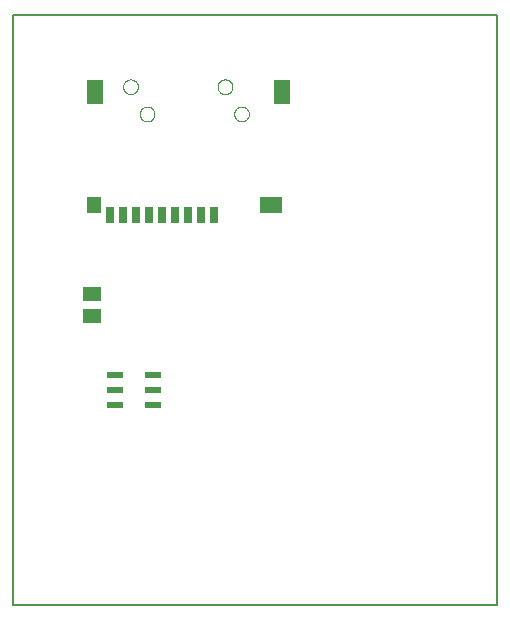
<source format=gbp>
G75*
%MOIN*%
%OFA0B0*%
%FSLAX25Y25*%
%IPPOS*%
%LPD*%
%AMOC8*
5,1,8,0,0,1.08239X$1,22.5*
%
%ADD10C,0.00500*%
%ADD11R,0.05512X0.07874*%
%ADD12R,0.05039X0.05512*%
%ADD13R,0.07677X0.05512*%
%ADD14R,0.02756X0.05512*%
%ADD15C,0.00000*%
%ADD16R,0.05906X0.05118*%
%ADD17R,0.05236X0.02087*%
D10*
X0020727Y0001625D02*
X0020727Y0198475D01*
X0041869Y0198475D01*
X0159192Y0198475D01*
X0182144Y0198475D01*
X0182144Y0001625D01*
X0159192Y0001625D01*
X0041869Y0001625D01*
X0020727Y0001625D01*
D11*
X0048129Y0172924D03*
X0110333Y0172924D03*
D12*
X0047892Y0135129D03*
D13*
X0106888Y0135129D03*
D14*
X0087892Y0131704D03*
X0083562Y0131704D03*
X0079231Y0131704D03*
X0074900Y0131704D03*
X0070570Y0131704D03*
X0066239Y0131704D03*
X0061908Y0131704D03*
X0057577Y0131704D03*
X0053247Y0131704D03*
D15*
X0062990Y0165444D02*
X0062992Y0165543D01*
X0062998Y0165642D01*
X0063008Y0165741D01*
X0063022Y0165839D01*
X0063040Y0165936D01*
X0063062Y0166033D01*
X0063087Y0166129D01*
X0063117Y0166223D01*
X0063150Y0166317D01*
X0063187Y0166409D01*
X0063228Y0166499D01*
X0063272Y0166588D01*
X0063320Y0166674D01*
X0063371Y0166759D01*
X0063426Y0166842D01*
X0063484Y0166922D01*
X0063545Y0167000D01*
X0063609Y0167076D01*
X0063676Y0167149D01*
X0063746Y0167219D01*
X0063819Y0167286D01*
X0063895Y0167350D01*
X0063973Y0167411D01*
X0064053Y0167469D01*
X0064136Y0167524D01*
X0064220Y0167575D01*
X0064307Y0167623D01*
X0064396Y0167667D01*
X0064486Y0167708D01*
X0064578Y0167745D01*
X0064672Y0167778D01*
X0064766Y0167808D01*
X0064862Y0167833D01*
X0064959Y0167855D01*
X0065056Y0167873D01*
X0065154Y0167887D01*
X0065253Y0167897D01*
X0065352Y0167903D01*
X0065451Y0167905D01*
X0065550Y0167903D01*
X0065649Y0167897D01*
X0065748Y0167887D01*
X0065846Y0167873D01*
X0065943Y0167855D01*
X0066040Y0167833D01*
X0066136Y0167808D01*
X0066230Y0167778D01*
X0066324Y0167745D01*
X0066416Y0167708D01*
X0066506Y0167667D01*
X0066595Y0167623D01*
X0066681Y0167575D01*
X0066766Y0167524D01*
X0066849Y0167469D01*
X0066929Y0167411D01*
X0067007Y0167350D01*
X0067083Y0167286D01*
X0067156Y0167219D01*
X0067226Y0167149D01*
X0067293Y0167076D01*
X0067357Y0167000D01*
X0067418Y0166922D01*
X0067476Y0166842D01*
X0067531Y0166759D01*
X0067582Y0166675D01*
X0067630Y0166588D01*
X0067674Y0166499D01*
X0067715Y0166409D01*
X0067752Y0166317D01*
X0067785Y0166223D01*
X0067815Y0166129D01*
X0067840Y0166033D01*
X0067862Y0165936D01*
X0067880Y0165839D01*
X0067894Y0165741D01*
X0067904Y0165642D01*
X0067910Y0165543D01*
X0067912Y0165444D01*
X0067910Y0165345D01*
X0067904Y0165246D01*
X0067894Y0165147D01*
X0067880Y0165049D01*
X0067862Y0164952D01*
X0067840Y0164855D01*
X0067815Y0164759D01*
X0067785Y0164665D01*
X0067752Y0164571D01*
X0067715Y0164479D01*
X0067674Y0164389D01*
X0067630Y0164300D01*
X0067582Y0164214D01*
X0067531Y0164129D01*
X0067476Y0164046D01*
X0067418Y0163966D01*
X0067357Y0163888D01*
X0067293Y0163812D01*
X0067226Y0163739D01*
X0067156Y0163669D01*
X0067083Y0163602D01*
X0067007Y0163538D01*
X0066929Y0163477D01*
X0066849Y0163419D01*
X0066766Y0163364D01*
X0066682Y0163313D01*
X0066595Y0163265D01*
X0066506Y0163221D01*
X0066416Y0163180D01*
X0066324Y0163143D01*
X0066230Y0163110D01*
X0066136Y0163080D01*
X0066040Y0163055D01*
X0065943Y0163033D01*
X0065846Y0163015D01*
X0065748Y0163001D01*
X0065649Y0162991D01*
X0065550Y0162985D01*
X0065451Y0162983D01*
X0065352Y0162985D01*
X0065253Y0162991D01*
X0065154Y0163001D01*
X0065056Y0163015D01*
X0064959Y0163033D01*
X0064862Y0163055D01*
X0064766Y0163080D01*
X0064672Y0163110D01*
X0064578Y0163143D01*
X0064486Y0163180D01*
X0064396Y0163221D01*
X0064307Y0163265D01*
X0064221Y0163313D01*
X0064136Y0163364D01*
X0064053Y0163419D01*
X0063973Y0163477D01*
X0063895Y0163538D01*
X0063819Y0163602D01*
X0063746Y0163669D01*
X0063676Y0163739D01*
X0063609Y0163812D01*
X0063545Y0163888D01*
X0063484Y0163966D01*
X0063426Y0164046D01*
X0063371Y0164129D01*
X0063320Y0164213D01*
X0063272Y0164300D01*
X0063228Y0164389D01*
X0063187Y0164479D01*
X0063150Y0164571D01*
X0063117Y0164665D01*
X0063087Y0164759D01*
X0063062Y0164855D01*
X0063040Y0164952D01*
X0063022Y0165049D01*
X0063008Y0165147D01*
X0062998Y0165246D01*
X0062992Y0165345D01*
X0062990Y0165444D01*
X0057479Y0174499D02*
X0057481Y0174598D01*
X0057487Y0174697D01*
X0057497Y0174796D01*
X0057511Y0174894D01*
X0057529Y0174991D01*
X0057551Y0175088D01*
X0057576Y0175184D01*
X0057606Y0175278D01*
X0057639Y0175372D01*
X0057676Y0175464D01*
X0057717Y0175554D01*
X0057761Y0175643D01*
X0057809Y0175729D01*
X0057860Y0175814D01*
X0057915Y0175897D01*
X0057973Y0175977D01*
X0058034Y0176055D01*
X0058098Y0176131D01*
X0058165Y0176204D01*
X0058235Y0176274D01*
X0058308Y0176341D01*
X0058384Y0176405D01*
X0058462Y0176466D01*
X0058542Y0176524D01*
X0058625Y0176579D01*
X0058709Y0176630D01*
X0058796Y0176678D01*
X0058885Y0176722D01*
X0058975Y0176763D01*
X0059067Y0176800D01*
X0059161Y0176833D01*
X0059255Y0176863D01*
X0059351Y0176888D01*
X0059448Y0176910D01*
X0059545Y0176928D01*
X0059643Y0176942D01*
X0059742Y0176952D01*
X0059841Y0176958D01*
X0059940Y0176960D01*
X0060039Y0176958D01*
X0060138Y0176952D01*
X0060237Y0176942D01*
X0060335Y0176928D01*
X0060432Y0176910D01*
X0060529Y0176888D01*
X0060625Y0176863D01*
X0060719Y0176833D01*
X0060813Y0176800D01*
X0060905Y0176763D01*
X0060995Y0176722D01*
X0061084Y0176678D01*
X0061170Y0176630D01*
X0061255Y0176579D01*
X0061338Y0176524D01*
X0061418Y0176466D01*
X0061496Y0176405D01*
X0061572Y0176341D01*
X0061645Y0176274D01*
X0061715Y0176204D01*
X0061782Y0176131D01*
X0061846Y0176055D01*
X0061907Y0175977D01*
X0061965Y0175897D01*
X0062020Y0175814D01*
X0062071Y0175730D01*
X0062119Y0175643D01*
X0062163Y0175554D01*
X0062204Y0175464D01*
X0062241Y0175372D01*
X0062274Y0175278D01*
X0062304Y0175184D01*
X0062329Y0175088D01*
X0062351Y0174991D01*
X0062369Y0174894D01*
X0062383Y0174796D01*
X0062393Y0174697D01*
X0062399Y0174598D01*
X0062401Y0174499D01*
X0062399Y0174400D01*
X0062393Y0174301D01*
X0062383Y0174202D01*
X0062369Y0174104D01*
X0062351Y0174007D01*
X0062329Y0173910D01*
X0062304Y0173814D01*
X0062274Y0173720D01*
X0062241Y0173626D01*
X0062204Y0173534D01*
X0062163Y0173444D01*
X0062119Y0173355D01*
X0062071Y0173269D01*
X0062020Y0173184D01*
X0061965Y0173101D01*
X0061907Y0173021D01*
X0061846Y0172943D01*
X0061782Y0172867D01*
X0061715Y0172794D01*
X0061645Y0172724D01*
X0061572Y0172657D01*
X0061496Y0172593D01*
X0061418Y0172532D01*
X0061338Y0172474D01*
X0061255Y0172419D01*
X0061171Y0172368D01*
X0061084Y0172320D01*
X0060995Y0172276D01*
X0060905Y0172235D01*
X0060813Y0172198D01*
X0060719Y0172165D01*
X0060625Y0172135D01*
X0060529Y0172110D01*
X0060432Y0172088D01*
X0060335Y0172070D01*
X0060237Y0172056D01*
X0060138Y0172046D01*
X0060039Y0172040D01*
X0059940Y0172038D01*
X0059841Y0172040D01*
X0059742Y0172046D01*
X0059643Y0172056D01*
X0059545Y0172070D01*
X0059448Y0172088D01*
X0059351Y0172110D01*
X0059255Y0172135D01*
X0059161Y0172165D01*
X0059067Y0172198D01*
X0058975Y0172235D01*
X0058885Y0172276D01*
X0058796Y0172320D01*
X0058710Y0172368D01*
X0058625Y0172419D01*
X0058542Y0172474D01*
X0058462Y0172532D01*
X0058384Y0172593D01*
X0058308Y0172657D01*
X0058235Y0172724D01*
X0058165Y0172794D01*
X0058098Y0172867D01*
X0058034Y0172943D01*
X0057973Y0173021D01*
X0057915Y0173101D01*
X0057860Y0173184D01*
X0057809Y0173268D01*
X0057761Y0173355D01*
X0057717Y0173444D01*
X0057676Y0173534D01*
X0057639Y0173626D01*
X0057606Y0173720D01*
X0057576Y0173814D01*
X0057551Y0173910D01*
X0057529Y0174007D01*
X0057511Y0174104D01*
X0057497Y0174202D01*
X0057487Y0174301D01*
X0057481Y0174400D01*
X0057479Y0174499D01*
X0088975Y0174499D02*
X0088977Y0174598D01*
X0088983Y0174697D01*
X0088993Y0174796D01*
X0089007Y0174894D01*
X0089025Y0174991D01*
X0089047Y0175088D01*
X0089072Y0175184D01*
X0089102Y0175278D01*
X0089135Y0175372D01*
X0089172Y0175464D01*
X0089213Y0175554D01*
X0089257Y0175643D01*
X0089305Y0175729D01*
X0089356Y0175814D01*
X0089411Y0175897D01*
X0089469Y0175977D01*
X0089530Y0176055D01*
X0089594Y0176131D01*
X0089661Y0176204D01*
X0089731Y0176274D01*
X0089804Y0176341D01*
X0089880Y0176405D01*
X0089958Y0176466D01*
X0090038Y0176524D01*
X0090121Y0176579D01*
X0090205Y0176630D01*
X0090292Y0176678D01*
X0090381Y0176722D01*
X0090471Y0176763D01*
X0090563Y0176800D01*
X0090657Y0176833D01*
X0090751Y0176863D01*
X0090847Y0176888D01*
X0090944Y0176910D01*
X0091041Y0176928D01*
X0091139Y0176942D01*
X0091238Y0176952D01*
X0091337Y0176958D01*
X0091436Y0176960D01*
X0091535Y0176958D01*
X0091634Y0176952D01*
X0091733Y0176942D01*
X0091831Y0176928D01*
X0091928Y0176910D01*
X0092025Y0176888D01*
X0092121Y0176863D01*
X0092215Y0176833D01*
X0092309Y0176800D01*
X0092401Y0176763D01*
X0092491Y0176722D01*
X0092580Y0176678D01*
X0092666Y0176630D01*
X0092751Y0176579D01*
X0092834Y0176524D01*
X0092914Y0176466D01*
X0092992Y0176405D01*
X0093068Y0176341D01*
X0093141Y0176274D01*
X0093211Y0176204D01*
X0093278Y0176131D01*
X0093342Y0176055D01*
X0093403Y0175977D01*
X0093461Y0175897D01*
X0093516Y0175814D01*
X0093567Y0175730D01*
X0093615Y0175643D01*
X0093659Y0175554D01*
X0093700Y0175464D01*
X0093737Y0175372D01*
X0093770Y0175278D01*
X0093800Y0175184D01*
X0093825Y0175088D01*
X0093847Y0174991D01*
X0093865Y0174894D01*
X0093879Y0174796D01*
X0093889Y0174697D01*
X0093895Y0174598D01*
X0093897Y0174499D01*
X0093895Y0174400D01*
X0093889Y0174301D01*
X0093879Y0174202D01*
X0093865Y0174104D01*
X0093847Y0174007D01*
X0093825Y0173910D01*
X0093800Y0173814D01*
X0093770Y0173720D01*
X0093737Y0173626D01*
X0093700Y0173534D01*
X0093659Y0173444D01*
X0093615Y0173355D01*
X0093567Y0173269D01*
X0093516Y0173184D01*
X0093461Y0173101D01*
X0093403Y0173021D01*
X0093342Y0172943D01*
X0093278Y0172867D01*
X0093211Y0172794D01*
X0093141Y0172724D01*
X0093068Y0172657D01*
X0092992Y0172593D01*
X0092914Y0172532D01*
X0092834Y0172474D01*
X0092751Y0172419D01*
X0092667Y0172368D01*
X0092580Y0172320D01*
X0092491Y0172276D01*
X0092401Y0172235D01*
X0092309Y0172198D01*
X0092215Y0172165D01*
X0092121Y0172135D01*
X0092025Y0172110D01*
X0091928Y0172088D01*
X0091831Y0172070D01*
X0091733Y0172056D01*
X0091634Y0172046D01*
X0091535Y0172040D01*
X0091436Y0172038D01*
X0091337Y0172040D01*
X0091238Y0172046D01*
X0091139Y0172056D01*
X0091041Y0172070D01*
X0090944Y0172088D01*
X0090847Y0172110D01*
X0090751Y0172135D01*
X0090657Y0172165D01*
X0090563Y0172198D01*
X0090471Y0172235D01*
X0090381Y0172276D01*
X0090292Y0172320D01*
X0090206Y0172368D01*
X0090121Y0172419D01*
X0090038Y0172474D01*
X0089958Y0172532D01*
X0089880Y0172593D01*
X0089804Y0172657D01*
X0089731Y0172724D01*
X0089661Y0172794D01*
X0089594Y0172867D01*
X0089530Y0172943D01*
X0089469Y0173021D01*
X0089411Y0173101D01*
X0089356Y0173184D01*
X0089305Y0173268D01*
X0089257Y0173355D01*
X0089213Y0173444D01*
X0089172Y0173534D01*
X0089135Y0173626D01*
X0089102Y0173720D01*
X0089072Y0173814D01*
X0089047Y0173910D01*
X0089025Y0174007D01*
X0089007Y0174104D01*
X0088993Y0174202D01*
X0088983Y0174301D01*
X0088977Y0174400D01*
X0088975Y0174499D01*
X0094487Y0165444D02*
X0094489Y0165543D01*
X0094495Y0165642D01*
X0094505Y0165741D01*
X0094519Y0165839D01*
X0094537Y0165936D01*
X0094559Y0166033D01*
X0094584Y0166129D01*
X0094614Y0166223D01*
X0094647Y0166317D01*
X0094684Y0166409D01*
X0094725Y0166499D01*
X0094769Y0166588D01*
X0094817Y0166674D01*
X0094868Y0166759D01*
X0094923Y0166842D01*
X0094981Y0166922D01*
X0095042Y0167000D01*
X0095106Y0167076D01*
X0095173Y0167149D01*
X0095243Y0167219D01*
X0095316Y0167286D01*
X0095392Y0167350D01*
X0095470Y0167411D01*
X0095550Y0167469D01*
X0095633Y0167524D01*
X0095717Y0167575D01*
X0095804Y0167623D01*
X0095893Y0167667D01*
X0095983Y0167708D01*
X0096075Y0167745D01*
X0096169Y0167778D01*
X0096263Y0167808D01*
X0096359Y0167833D01*
X0096456Y0167855D01*
X0096553Y0167873D01*
X0096651Y0167887D01*
X0096750Y0167897D01*
X0096849Y0167903D01*
X0096948Y0167905D01*
X0097047Y0167903D01*
X0097146Y0167897D01*
X0097245Y0167887D01*
X0097343Y0167873D01*
X0097440Y0167855D01*
X0097537Y0167833D01*
X0097633Y0167808D01*
X0097727Y0167778D01*
X0097821Y0167745D01*
X0097913Y0167708D01*
X0098003Y0167667D01*
X0098092Y0167623D01*
X0098178Y0167575D01*
X0098263Y0167524D01*
X0098346Y0167469D01*
X0098426Y0167411D01*
X0098504Y0167350D01*
X0098580Y0167286D01*
X0098653Y0167219D01*
X0098723Y0167149D01*
X0098790Y0167076D01*
X0098854Y0167000D01*
X0098915Y0166922D01*
X0098973Y0166842D01*
X0099028Y0166759D01*
X0099079Y0166675D01*
X0099127Y0166588D01*
X0099171Y0166499D01*
X0099212Y0166409D01*
X0099249Y0166317D01*
X0099282Y0166223D01*
X0099312Y0166129D01*
X0099337Y0166033D01*
X0099359Y0165936D01*
X0099377Y0165839D01*
X0099391Y0165741D01*
X0099401Y0165642D01*
X0099407Y0165543D01*
X0099409Y0165444D01*
X0099407Y0165345D01*
X0099401Y0165246D01*
X0099391Y0165147D01*
X0099377Y0165049D01*
X0099359Y0164952D01*
X0099337Y0164855D01*
X0099312Y0164759D01*
X0099282Y0164665D01*
X0099249Y0164571D01*
X0099212Y0164479D01*
X0099171Y0164389D01*
X0099127Y0164300D01*
X0099079Y0164214D01*
X0099028Y0164129D01*
X0098973Y0164046D01*
X0098915Y0163966D01*
X0098854Y0163888D01*
X0098790Y0163812D01*
X0098723Y0163739D01*
X0098653Y0163669D01*
X0098580Y0163602D01*
X0098504Y0163538D01*
X0098426Y0163477D01*
X0098346Y0163419D01*
X0098263Y0163364D01*
X0098179Y0163313D01*
X0098092Y0163265D01*
X0098003Y0163221D01*
X0097913Y0163180D01*
X0097821Y0163143D01*
X0097727Y0163110D01*
X0097633Y0163080D01*
X0097537Y0163055D01*
X0097440Y0163033D01*
X0097343Y0163015D01*
X0097245Y0163001D01*
X0097146Y0162991D01*
X0097047Y0162985D01*
X0096948Y0162983D01*
X0096849Y0162985D01*
X0096750Y0162991D01*
X0096651Y0163001D01*
X0096553Y0163015D01*
X0096456Y0163033D01*
X0096359Y0163055D01*
X0096263Y0163080D01*
X0096169Y0163110D01*
X0096075Y0163143D01*
X0095983Y0163180D01*
X0095893Y0163221D01*
X0095804Y0163265D01*
X0095718Y0163313D01*
X0095633Y0163364D01*
X0095550Y0163419D01*
X0095470Y0163477D01*
X0095392Y0163538D01*
X0095316Y0163602D01*
X0095243Y0163669D01*
X0095173Y0163739D01*
X0095106Y0163812D01*
X0095042Y0163888D01*
X0094981Y0163966D01*
X0094923Y0164046D01*
X0094868Y0164129D01*
X0094817Y0164213D01*
X0094769Y0164300D01*
X0094725Y0164389D01*
X0094684Y0164479D01*
X0094647Y0164571D01*
X0094614Y0164665D01*
X0094584Y0164759D01*
X0094559Y0164855D01*
X0094537Y0164952D01*
X0094519Y0165049D01*
X0094505Y0165147D01*
X0094495Y0165246D01*
X0094489Y0165345D01*
X0094487Y0165444D01*
D16*
X0046948Y0105601D03*
X0046948Y0098121D03*
D17*
X0054821Y0078515D03*
X0054821Y0073515D03*
X0054821Y0068515D03*
X0067421Y0068515D03*
X0067421Y0073515D03*
X0067421Y0078515D03*
M02*

</source>
